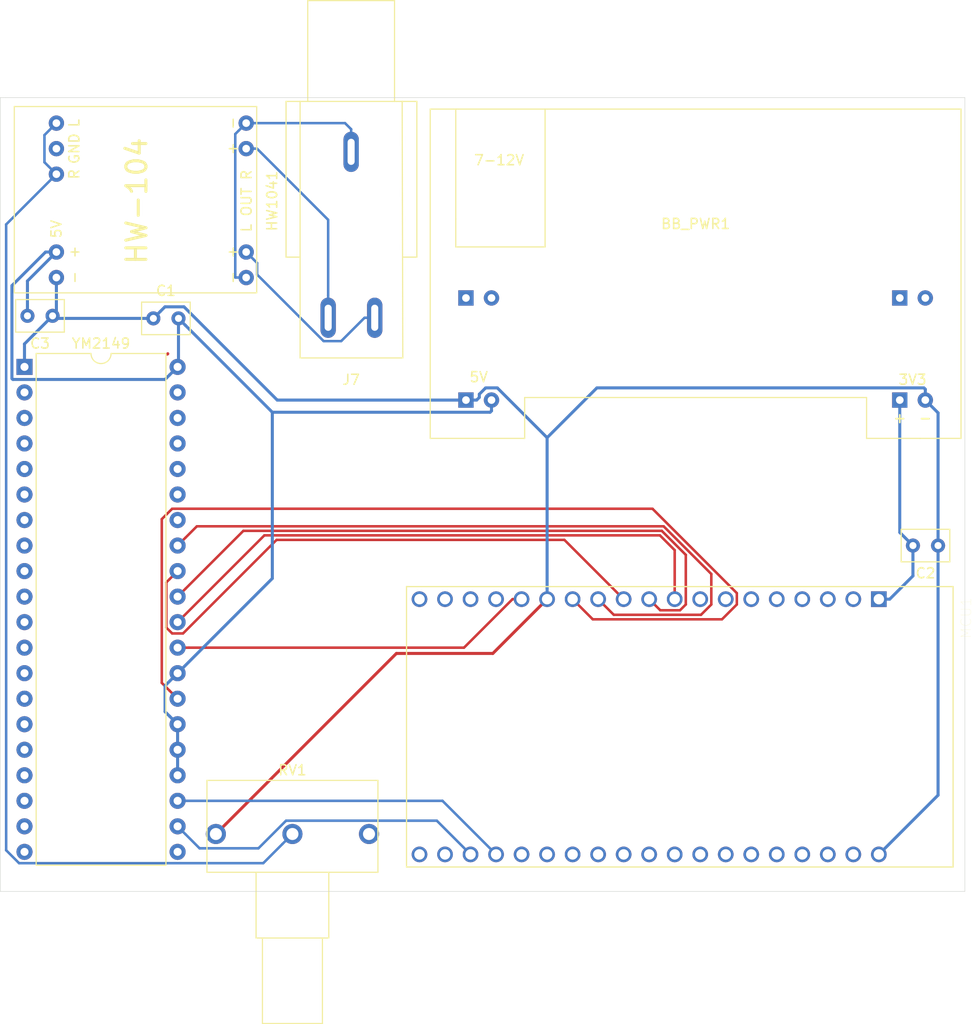
<source format=kicad_pcb>
(kicad_pcb (version 20171130) (host pcbnew "(5.1.5)-3")

  (general
    (thickness 1.6)
    (drawings 5)
    (tracks 140)
    (zones 0)
    (modules 9)
    (nets 63)
  )

  (page A4)
  (layers
    (0 F.Cu signal)
    (31 B.Cu signal)
    (32 B.Adhes user hide)
    (33 F.Adhes user hide)
    (34 B.Paste user)
    (35 F.Paste user)
    (36 B.SilkS user)
    (37 F.SilkS user)
    (38 B.Mask user)
    (39 F.Mask user)
    (40 Dwgs.User user)
    (41 Cmts.User user)
    (42 Eco1.User user)
    (43 Eco2.User user)
    (44 Edge.Cuts user)
    (45 Margin user)
    (46 B.CrtYd user)
    (47 F.CrtYd user)
    (48 B.Fab user)
    (49 F.Fab user)
  )

  (setup
    (last_trace_width 0.25)
    (user_trace_width 1)
    (trace_clearance 0.2)
    (zone_clearance 0.508)
    (zone_45_only no)
    (trace_min 0.2)
    (via_size 0.8)
    (via_drill 0.4)
    (via_min_size 0.4)
    (via_min_drill 0.3)
    (uvia_size 0.3)
    (uvia_drill 0.1)
    (uvias_allowed no)
    (uvia_min_size 0.2)
    (uvia_min_drill 0.1)
    (edge_width 0.05)
    (segment_width 0.2)
    (pcb_text_width 0.3)
    (pcb_text_size 1.5 1.5)
    (mod_edge_width 0.12)
    (mod_text_size 1 1)
    (mod_text_width 0.15)
    (pad_size 1.524 1.524)
    (pad_drill 0.762)
    (pad_to_mask_clearance 0.051)
    (solder_mask_min_width 0.25)
    (aux_axis_origin 0 0)
    (visible_elements 7FFFFFFF)
    (pcbplotparams
      (layerselection 0x010fc_ffffffff)
      (usegerberextensions false)
      (usegerberattributes false)
      (usegerberadvancedattributes false)
      (creategerberjobfile false)
      (excludeedgelayer true)
      (linewidth 0.100000)
      (plotframeref false)
      (viasonmask false)
      (mode 1)
      (useauxorigin false)
      (hpglpennumber 1)
      (hpglpenspeed 20)
      (hpglpendiameter 15.000000)
      (psnegative false)
      (psa4output false)
      (plotreference true)
      (plotvalue true)
      (plotinvisibletext false)
      (padsonsilk false)
      (subtractmaskfromsilk false)
      (outputformat 1)
      (mirror false)
      (drillshape 1)
      (scaleselection 1)
      (outputdirectory ""))
  )

  (net 0 "")
  (net 1 GNDREF)
  (net 2 +5V)
  (net 3 "Net-(MCU1-Pad2)")
  (net 4 "Net-(MCU1-Pad19)")
  (net 5 "Net-(MCU1-Pad3)")
  (net 6 "Net-(MCU1-Pad4)")
  (net 7 "Net-(MCU1-Pad5)")
  (net 8 "Net-(MCU1-Pad6)")
  (net 9 "Net-(MCU1-Pad7)")
  (net 10 DA7)
  (net 11 DA6)
  (net 12 DA5)
  (net 13 DA4)
  (net 14 BDIR)
  (net 15 BC1)
  (net 16 "Net-(MCU1-Pad16)")
  (net 17 "Net-(MCU1-Pad17)")
  (net 18 "Net-(MCU1-Pad18)")
  (net 19 "Net-(MCU1-Pad21)")
  (net 20 "Net-(MCU1-Pad22)")
  (net 21 "Net-(MCU1-Pad23)")
  (net 22 "Net-(MCU1-Pad24)")
  (net 23 DA3)
  (net 24 "Net-(MCU1-Pad27)")
  (net 25 "Net-(MCU1-Pad28)")
  (net 26 "Net-(MCU1-Pad29)")
  (net 27 DA2)
  (net 28 DA1)
  (net 29 DA0)
  (net 30 RESET)
  (net 31 CLOCK)
  (net 32 "Net-(MCU1-Pad37)")
  (net 33 "Net-(MCU1-Pad38)")
  (net 34 "Net-(YM2149-Pad21)")
  (net 35 "Net-(YM2149-Pad2)")
  (net 36 "Net-(YM2149-Pad5)")
  (net 37 "Net-(YM2149-Pad6)")
  (net 38 "Net-(YM2149-Pad7)")
  (net 39 "Net-(YM2149-Pad8)")
  (net 40 "Net-(YM2149-Pad9)")
  (net 41 "Net-(YM2149-Pad10)")
  (net 42 "Net-(YM2149-Pad11)")
  (net 43 "Net-(YM2149-Pad12)")
  (net 44 "Net-(YM2149-Pad13)")
  (net 45 "Net-(YM2149-Pad14)")
  (net 46 "Net-(YM2149-Pad15)")
  (net 47 "Net-(YM2149-Pad16)")
  (net 48 "Net-(YM2149-Pad17)")
  (net 49 "Net-(YM2149-Pad18)")
  (net 50 "Net-(YM2149-Pad19)")
  (net 51 "Net-(YM2149-Pad39)")
  (net 52 "Net-(YM2149-Pad20)")
  (net 53 +3.3V)
  (net 54 "Net-(MCU1-Pad34)")
  (net 55 "Net-(MCU1-Pad30)")
  (net 56 "Net-(MCU1-Pad26)")
  (net 57 "Net-(MCU1-Pad8)")
  (net 58 "Net-(RV1-Pad3)")
  (net 59 "Net-(HW1041-Pad1)")
  (net 60 "Net-(HW1041-Pad6)")
  (net 61 "Net-(HW1041-Pad8)")
  (net 62 "Net-(HW1041-Pad7)")

  (net_class Default "Dies ist die voreingestellte Netzklasse."
    (clearance 0.2)
    (trace_width 0.25)
    (via_dia 0.8)
    (via_drill 0.4)
    (uvia_dia 0.3)
    (uvia_drill 0.1)
    (add_net BC1)
    (add_net BDIR)
    (add_net CLOCK)
    (add_net DA0)
    (add_net DA1)
    (add_net DA2)
    (add_net DA3)
    (add_net DA4)
    (add_net DA5)
    (add_net DA6)
    (add_net DA7)
    (add_net "Net-(HW1041-Pad1)")
    (add_net "Net-(HW1041-Pad6)")
    (add_net "Net-(HW1041-Pad7)")
    (add_net "Net-(HW1041-Pad8)")
    (add_net "Net-(MCU1-Pad16)")
    (add_net "Net-(MCU1-Pad17)")
    (add_net "Net-(MCU1-Pad18)")
    (add_net "Net-(MCU1-Pad19)")
    (add_net "Net-(MCU1-Pad2)")
    (add_net "Net-(MCU1-Pad21)")
    (add_net "Net-(MCU1-Pad22)")
    (add_net "Net-(MCU1-Pad23)")
    (add_net "Net-(MCU1-Pad24)")
    (add_net "Net-(MCU1-Pad26)")
    (add_net "Net-(MCU1-Pad27)")
    (add_net "Net-(MCU1-Pad28)")
    (add_net "Net-(MCU1-Pad29)")
    (add_net "Net-(MCU1-Pad3)")
    (add_net "Net-(MCU1-Pad30)")
    (add_net "Net-(MCU1-Pad34)")
    (add_net "Net-(MCU1-Pad37)")
    (add_net "Net-(MCU1-Pad38)")
    (add_net "Net-(MCU1-Pad4)")
    (add_net "Net-(MCU1-Pad5)")
    (add_net "Net-(MCU1-Pad6)")
    (add_net "Net-(MCU1-Pad7)")
    (add_net "Net-(MCU1-Pad8)")
    (add_net "Net-(RV1-Pad3)")
    (add_net "Net-(YM2149-Pad10)")
    (add_net "Net-(YM2149-Pad11)")
    (add_net "Net-(YM2149-Pad12)")
    (add_net "Net-(YM2149-Pad13)")
    (add_net "Net-(YM2149-Pad14)")
    (add_net "Net-(YM2149-Pad15)")
    (add_net "Net-(YM2149-Pad16)")
    (add_net "Net-(YM2149-Pad17)")
    (add_net "Net-(YM2149-Pad18)")
    (add_net "Net-(YM2149-Pad19)")
    (add_net "Net-(YM2149-Pad2)")
    (add_net "Net-(YM2149-Pad20)")
    (add_net "Net-(YM2149-Pad21)")
    (add_net "Net-(YM2149-Pad39)")
    (add_net "Net-(YM2149-Pad5)")
    (add_net "Net-(YM2149-Pad6)")
    (add_net "Net-(YM2149-Pad7)")
    (add_net "Net-(YM2149-Pad8)")
    (add_net "Net-(YM2149-Pad9)")
    (add_net RESET)
  )

  (net_class Power ""
    (clearance 0.3)
    (trace_width 0.3)
    (via_dia 1)
    (via_drill 0.5)
    (uvia_dia 0.3)
    (uvia_drill 0.1)
    (add_net +3.3V)
    (add_net +5V)
    (add_net GNDREF)
  )

  (module dl1xy:Breadboard_Powersupply_3V3_5V (layer F.Cu) (tedit 5E9DB2BB) (tstamp 5E9E01D2)
    (at 182.372 60.198)
    (path /5EA68707)
    (fp_text reference BB_PWR1 (at 0 0.5) (layer F.SilkS)
      (effects (font (size 1 1) (thickness 0.15)))
    )
    (fp_text value BreadboardPowerSupply (at 0 -3.302) (layer F.Fab)
      (effects (font (size 1 1) (thickness 0.15)))
    )
    (fp_text user 7-12V (at -19.558 -5.842) (layer F.SilkS)
      (effects (font (size 1 1) (thickness 0.15)))
    )
    (fp_line (start -14.986 2.794) (end -14.986 -10.922) (layer F.SilkS) (width 0.12))
    (fp_line (start -23.876 2.794) (end -14.986 2.794) (layer F.SilkS) (width 0.12))
    (fp_line (start -23.876 0) (end -23.876 2.794) (layer F.SilkS) (width 0.12))
    (fp_line (start -23.876 -10.922) (end -23.876 0) (layer F.SilkS) (width 0.12))
    (fp_text user - (at 22.86 19.812) (layer F.SilkS)
      (effects (font (size 1 1) (thickness 0.15)))
    )
    (fp_text user + (at 20.32 19.812) (layer F.SilkS)
      (effects (font (size 1 1) (thickness 0.15)))
    )
    (fp_text user - (at 22.86 19.812) (layer F.SilkS)
      (effects (font (size 1 1) (thickness 0.15)))
    )
    (fp_text user + (at 20.32 19.812) (layer F.SilkS)
      (effects (font (size 1 1) (thickness 0.15)))
    )
    (fp_text user 3V3 (at 21.59 16.002) (layer F.SilkS)
      (effects (font (size 1 1) (thickness 0.15)))
    )
    (fp_text user 5V (at -21.59 15.748) (layer F.SilkS)
      (effects (font (size 1 1) (thickness 0.15)))
    )
    (fp_line (start -17.018 17.78) (end 17.018 17.78) (layer F.SilkS) (width 0.12))
    (fp_line (start -17.018 21.844) (end -17.018 17.78) (layer F.SilkS) (width 0.12))
    (fp_line (start -26.416 21.844) (end -17.018 21.844) (layer F.SilkS) (width 0.12))
    (fp_line (start -26.416 -10.922) (end -26.416 21.844) (layer F.SilkS) (width 0.12))
    (fp_line (start 17.018 21.844) (end 17.018 17.78) (layer F.SilkS) (width 0.12))
    (fp_line (start 22.352 21.844) (end 17.018 21.844) (layer F.SilkS) (width 0.12))
    (fp_line (start 26.416 21.844) (end 22.352 21.844) (layer F.SilkS) (width 0.12))
    (fp_line (start 26.416 -10.922) (end 26.416 21.844) (layer F.SilkS) (width 0.12))
    (fp_line (start -26.416 -10.922) (end 26.416 -10.922) (layer F.SilkS) (width 0.12))
    (pad 5 thru_hole rect (at -22.86 7.874) (size 1.524 1.524) (drill 0.762) (layers *.Cu *.Mask))
    (pad 7 thru_hole rect (at 20.32 7.874) (size 1.524 1.524) (drill 0.762) (layers *.Cu *.Mask))
    (pad 8 thru_hole circle (at 22.86 7.874) (size 1.524 1.524) (drill 0.762) (layers *.Cu *.Mask))
    (pad 6 thru_hole circle (at -20.32 7.874) (size 1.524 1.524) (drill 0.762) (layers *.Cu *.Mask))
    (pad 4 thru_hole circle (at 22.86 18.034) (size 1.524 1.524) (drill 0.762) (layers *.Cu *.Mask)
      (net 1 GNDREF))
    (pad 3 thru_hole rect (at 20.32 18.034) (size 1.524 1.524) (drill 0.762) (layers *.Cu *.Mask)
      (net 53 +3.3V))
    (pad 2 thru_hole rect (at -22.86 18.034) (size 1.524 1.524) (drill 0.762) (layers *.Cu *.Mask)
      (net 1 GNDREF))
    (pad 1 thru_hole circle (at -20.32 18.034) (size 1.524 1.524) (drill 0.762) (layers *.Cu *.Mask)
      (net 2 +5V))
  )

  (module "dl1xy:HW-104 Board" (layer F.Cu) (tedit 5E9DA2BC) (tstamp 5E9DF667)
    (at 140.716 58.42 270)
    (path /5EA33589)
    (fp_text reference HW1041 (at 0 0.5 90) (layer F.SilkS)
      (effects (font (size 1 1) (thickness 0.15)))
    )
    (fp_text value HW-104_Board (at 0 -1.143 90) (layer F.Fab)
      (effects (font (size 1 1) (thickness 0.15)))
    )
    (fp_text user HW-104 (at 0 13.97 90) (layer F.SilkS)
      (effects (font (size 2 2) (thickness 0.3)))
    )
    (fp_text user - (at 7.62 4.445 90) (layer F.SilkS)
      (effects (font (size 1 1) (thickness 0.15)))
    )
    (fp_text user + (at 5.08 4.445 90) (layer F.SilkS)
      (effects (font (size 1 1) (thickness 0.15)))
    )
    (fp_text user + (at -5.207 4.445 90) (layer F.SilkS)
      (effects (font (size 1 1) (thickness 0.15)))
    )
    (fp_text user - (at -7.747 4.445 90) (layer F.SilkS)
      (effects (font (size 1 1) (thickness 0.15)))
    )
    (fp_text user - (at 7.62 20.193 90) (layer F.SilkS)
      (effects (font (size 1 1) (thickness 0.15)))
    )
    (fp_text user + (at 5.08 20.193 90) (layer F.SilkS)
      (effects (font (size 1 1) (thickness 0.15)))
    )
    (fp_text user 5V (at 2.794 21.971 90) (layer F.SilkS)
      (effects (font (size 1 1) (thickness 0.15)))
    )
    (fp_text user GND (at -5.206 20.193 90) (layer F.SilkS)
      (effects (font (size 1 1) (thickness 0.15)))
    )
    (fp_text user R (at -2.666 20.193 90) (layer F.SilkS)
      (effects (font (size 1 1) (thickness 0.15)))
    )
    (fp_text user L (at -7.746 20.193 90) (layer F.SilkS)
      (effects (font (size 1 1) (thickness 0.15)))
    )
    (fp_text user "L OUT R" (at 0 3.048 90) (layer F.SilkS)
      (effects (font (size 1 1) (thickness 0.15)))
    )
    (fp_line (start -9.398 26.162) (end -9.398 2.032) (layer F.SilkS) (width 0.12))
    (fp_line (start 9.144 26.162) (end -9.398 26.162) (layer F.SilkS) (width 0.12))
    (fp_line (start 9.144 2.032) (end 9.144 26.162) (layer F.SilkS) (width 0.12))
    (fp_line (start -9.398 2.032) (end 9.144 2.032) (layer F.SilkS) (width 0.12))
    (fp_line (start -9.3345 2.0955) (end 8.9535 2.0955) (layer F.Fab) (width 0.12))
    (fp_line (start 8.9535 2.0955) (end 8.9535 26.0985) (layer F.Fab) (width 0.12))
    (fp_line (start 8.9535 26.0985) (end -9.3345 26.0985) (layer F.Fab) (width 0.12))
    (fp_line (start -9.3345 26.0985) (end -9.3345 2.0955) (layer F.Fab) (width 0.12))
    (pad 5 thru_hole circle (at 7.62 21.971 270) (size 1.524 1.524) (drill 0.762) (layers *.Cu *.Mask)
      (net 1 GNDREF))
    (pad 4 thru_hole circle (at 5.08 21.971 270) (size 1.524 1.524) (drill 0.762) (layers *.Cu *.Mask)
      (net 2 +5V))
    (pad 3 thru_hole circle (at -2.666 21.971 270) (size 1.524 1.524) (drill 0.762) (layers *.Cu *.Mask)
      (net 59 "Net-(HW1041-Pad1)"))
    (pad 2 thru_hole circle (at -5.206 21.971 270) (size 1.524 1.524) (drill 0.762) (layers *.Cu *.Mask)
      (net 1 GNDREF))
    (pad 1 thru_hole circle (at -7.746 21.971 270) (size 1.524 1.524) (drill 0.762) (layers *.Cu *.Mask)
      (net 59 "Net-(HW1041-Pad1)"))
    (pad 9 thru_hole circle (at 7.62 3.08 270) (size 1.524 1.524) (drill 0.762) (layers *.Cu *.Mask)
      (net 60 "Net-(HW1041-Pad6)"))
    (pad 8 thru_hole circle (at 5.08 3.08 270) (size 1.524 1.524) (drill 0.762) (layers *.Cu *.Mask)
      (net 61 "Net-(HW1041-Pad8)"))
    (pad 7 thru_hole circle (at -5.207 3.08 270) (size 1.524 1.524) (drill 0.762) (layers *.Cu *.Mask)
      (net 62 "Net-(HW1041-Pad7)"))
    (pad 6 thru_hole circle (at -7.747 3.08 270) (size 1.524 1.524) (drill 0.762) (layers *.Cu *.Mask)
      (net 60 "Net-(HW1041-Pad6)"))
  )

  (module "dl1xy:ALPHA POT 16 RV16" (layer F.Cu) (tedit 5E9D7FD3) (tstamp 5E9DE5FB)
    (at 142.24 116.459)
    (path /5EA0E398)
    (fp_text reference RV1 (at 0 -1.397) (layer F.SilkS)
      (effects (font (size 1 1) (thickness 0.15)))
    )
    (fp_text value "10 kOhm" (at 0 -3.175) (layer F.Fab)
      (effects (font (size 1 1) (thickness 0.15)))
    )
    (fp_line (start 2.9845 23.8125) (end 2.9845 15.3035) (layer F.SilkS) (width 0.12))
    (fp_line (start -2.9845 23.8125) (end 2.9845 23.8125) (layer F.SilkS) (width 0.12))
    (fp_line (start -8.509 -0.381) (end 8.509 -0.381) (layer F.SilkS) (width 0.12))
    (fp_line (start 8.509 -0.381) (end 8.509 8.763) (layer F.SilkS) (width 0.12))
    (fp_line (start 8.509 8.763) (end -8.509 8.763) (layer F.SilkS) (width 0.12))
    (fp_line (start -8.509 8.763) (end -8.509 -0.381) (layer F.SilkS) (width 0.12))
    (fp_line (start -3.6195 8.763) (end -3.6195 15.3035) (layer F.SilkS) (width 0.12))
    (fp_line (start -3.6195 15.3035) (end 3.6195 15.3035) (layer F.SilkS) (width 0.12))
    (fp_line (start 3.6195 15.3035) (end 3.6195 8.763) (layer F.SilkS) (width 0.12))
    (fp_line (start -2.9845 15.3035) (end -2.9845 23.8125) (layer F.SilkS) (width 0.12))
    (pad 1 thru_hole circle (at -7.62 4.953) (size 2 2) (drill 1.2) (layers *.Cu *.Mask)
      (net 1 GNDREF))
    (pad 2 thru_hole circle (at 0 4.953) (size 2 2) (drill 1.2) (layers *.Cu *.Mask)
      (net 59 "Net-(HW1041-Pad1)"))
    (pad 3 thru_hole circle (at 7.62 4.953) (size 2 2) (drill 1.2) (layers *.Cu *.Mask)
      (net 58 "Net-(RV1-Pad3)"))
  )

  (module "dl1xy:AudioJack 6.5mm" (layer F.Cu) (tedit 5E9D8732) (tstamp 5E9DE57C)
    (at 148.082 76.708 180)
    (path /5EA1A4BD)
    (fp_text reference J7 (at 0 0.5) (layer F.SilkS)
      (effects (font (size 1 1) (thickness 0.15)))
    )
    (fp_text value AudioJack3 (at 0 -0.5) (layer F.Fab)
      (effects (font (size 1 1) (thickness 0.15)))
    )
    (fp_line (start 4.318 38.227) (end 4.318 28.194) (layer F.SilkS) (width 0.12))
    (fp_line (start -4.318 38.227) (end 4.318 38.227) (layer F.SilkS) (width 0.12))
    (fp_line (start -4.318 28.194) (end -4.318 38.227) (layer F.SilkS) (width 0.12))
    (fp_line (start 6.477 12.7) (end 5.08 12.7) (layer F.SilkS) (width 0.12))
    (fp_line (start 6.477 28.194) (end 6.477 12.7) (layer F.SilkS) (width 0.12))
    (fp_line (start 5.08 28.194) (end 6.477 28.194) (layer F.SilkS) (width 0.12))
    (fp_line (start -6.5405 28.194) (end -5.08 28.194) (layer F.SilkS) (width 0.12))
    (fp_line (start -6.5405 12.7) (end -6.5405 28.194) (layer F.SilkS) (width 0.12))
    (fp_line (start -5.1435 12.7) (end -6.5405 12.7) (layer F.SilkS) (width 0.12))
    (fp_line (start 5.08 2.667) (end -5.1435 2.667) (layer F.SilkS) (width 0.12))
    (fp_line (start 5.08 28.194) (end 5.08 2.667) (layer F.SilkS) (width 0.12))
    (fp_line (start -5.08 28.194) (end 5.08 28.194) (layer F.SilkS) (width 0.12))
    (fp_line (start -5.1435 2.667) (end -5.08 28.194) (layer F.SilkS) (width 0.12))
    (pad S thru_hole oval (at 0 23.1775 180) (size 1.524 4) (drill oval 0.7 2.6) (layers *.Cu *.Mask)
      (net 60 "Net-(HW1041-Pad6)"))
    (pad T thru_hole oval (at 2.286 6.6675 180) (size 1.524 4) (drill oval 0.7 2.6) (layers *.Cu *.Mask)
      (net 62 "Net-(HW1041-Pad7)"))
    (pad R thru_hole oval (at -2.3495 6.6675 180) (size 1.524 4) (drill oval 0.7 2.6) (layers *.Cu *.Mask)
      (net 61 "Net-(HW1041-Pad8)"))
  )

  (module Capacitor_THT:C_Rect_L4.6mm_W3.0mm_P2.50mm_MKS02_FKP02 (layer F.Cu) (tedit 5AE50EF0) (tstamp 5E9DD14C)
    (at 128.397 70.104)
    (descr "C, Rect series, Radial, pin pitch=2.50mm, , length*width=4.6*3.0mm^2, Capacitor, http://www.wima.de/DE/WIMA_MKS_02.pdf")
    (tags "C Rect series Radial pin pitch 2.50mm  length 4.6mm width 3.0mm Capacitor")
    (path /5EA051E4)
    (fp_text reference C1 (at 1.25 -2.75) (layer F.SilkS)
      (effects (font (size 1 1) (thickness 0.15)))
    )
    (fp_text value 10nF (at 1.25 2.75) (layer F.Fab)
      (effects (font (size 1 1) (thickness 0.15)))
    )
    (fp_text user %R (at 1.25 0) (layer F.Fab)
      (effects (font (size 0.92 0.92) (thickness 0.138)))
    )
    (fp_line (start 3.8 -1.75) (end -1.3 -1.75) (layer F.CrtYd) (width 0.05))
    (fp_line (start 3.8 1.75) (end 3.8 -1.75) (layer F.CrtYd) (width 0.05))
    (fp_line (start -1.3 1.75) (end 3.8 1.75) (layer F.CrtYd) (width 0.05))
    (fp_line (start -1.3 -1.75) (end -1.3 1.75) (layer F.CrtYd) (width 0.05))
    (fp_line (start 3.67 -1.62) (end 3.67 1.62) (layer F.SilkS) (width 0.12))
    (fp_line (start -1.17 -1.62) (end -1.17 1.62) (layer F.SilkS) (width 0.12))
    (fp_line (start -1.17 1.62) (end 3.67 1.62) (layer F.SilkS) (width 0.12))
    (fp_line (start -1.17 -1.62) (end 3.67 -1.62) (layer F.SilkS) (width 0.12))
    (fp_line (start 3.55 -1.5) (end -1.05 -1.5) (layer F.Fab) (width 0.1))
    (fp_line (start 3.55 1.5) (end 3.55 -1.5) (layer F.Fab) (width 0.1))
    (fp_line (start -1.05 1.5) (end 3.55 1.5) (layer F.Fab) (width 0.1))
    (fp_line (start -1.05 -1.5) (end -1.05 1.5) (layer F.Fab) (width 0.1))
    (pad 2 thru_hole circle (at 2.5 0) (size 1.4 1.4) (drill 0.7) (layers *.Cu *.Mask)
      (net 2 +5V))
    (pad 1 thru_hole circle (at 0 0) (size 1.4 1.4) (drill 0.7) (layers *.Cu *.Mask)
      (net 1 GNDREF))
    (model ${KISYS3DMOD}/Capacitor_THT.3dshapes/C_Rect_L4.6mm_W3.0mm_P2.50mm_MKS02_FKP02.wrl
      (at (xyz 0 0 0))
      (scale (xyz 1 1 1))
      (rotate (xyz 0 0 0))
    )
  )

  (module Package_DIP:DIP-40_W15.24mm (layer F.Cu) (tedit 5A02E8C5) (tstamp 5E837700)
    (at 115.57 74.93)
    (descr "40-lead though-hole mounted DIP package, row spacing 15.24 mm (600 mils)")
    (tags "THT DIP DIL PDIP 2.54mm 15.24mm 600mil")
    (path /5E7F9386)
    (fp_text reference YM2149 (at 7.62 -2.33) (layer F.SilkS)
      (effects (font (size 1 1) (thickness 0.15)))
    )
    (fp_text value Yamaha_YM2149 (at 7.62 50.59) (layer F.Fab)
      (effects (font (size 1 1) (thickness 0.15)))
    )
    (fp_text user %R (at 7.62 24.13) (layer F.Fab)
      (effects (font (size 1 1) (thickness 0.15)))
    )
    (fp_line (start 16.3 -1.55) (end -1.05 -1.55) (layer F.CrtYd) (width 0.05))
    (fp_line (start 16.3 49.8) (end 16.3 -1.55) (layer F.CrtYd) (width 0.05))
    (fp_line (start -1.05 49.8) (end 16.3 49.8) (layer F.CrtYd) (width 0.05))
    (fp_line (start -1.05 -1.55) (end -1.05 49.8) (layer F.CrtYd) (width 0.05))
    (fp_line (start 14.08 -1.33) (end 8.62 -1.33) (layer F.SilkS) (width 0.12))
    (fp_line (start 14.08 49.59) (end 14.08 -1.33) (layer F.SilkS) (width 0.12))
    (fp_line (start 1.16 49.59) (end 14.08 49.59) (layer F.SilkS) (width 0.12))
    (fp_line (start 1.16 -1.33) (end 1.16 49.59) (layer F.SilkS) (width 0.12))
    (fp_line (start 6.62 -1.33) (end 1.16 -1.33) (layer F.SilkS) (width 0.12))
    (fp_line (start 0.255 -0.27) (end 1.255 -1.27) (layer F.Fab) (width 0.1))
    (fp_line (start 0.255 49.53) (end 0.255 -0.27) (layer F.Fab) (width 0.1))
    (fp_line (start 14.985 49.53) (end 0.255 49.53) (layer F.Fab) (width 0.1))
    (fp_line (start 14.985 -1.27) (end 14.985 49.53) (layer F.Fab) (width 0.1))
    (fp_line (start 1.255 -1.27) (end 14.985 -1.27) (layer F.Fab) (width 0.1))
    (fp_arc (start 7.62 -1.33) (end 6.62 -1.33) (angle -180) (layer F.SilkS) (width 0.12))
    (pad 40 thru_hole oval (at 15.24 0) (size 1.6 1.6) (drill 0.8) (layers *.Cu *.Mask)
      (net 2 +5V))
    (pad 20 thru_hole oval (at 0 48.26) (size 1.6 1.6) (drill 0.8) (layers *.Cu *.Mask)
      (net 52 "Net-(YM2149-Pad20)"))
    (pad 39 thru_hole oval (at 15.24 2.54) (size 1.6 1.6) (drill 0.8) (layers *.Cu *.Mask)
      (net 51 "Net-(YM2149-Pad39)"))
    (pad 19 thru_hole oval (at 0 45.72) (size 1.6 1.6) (drill 0.8) (layers *.Cu *.Mask)
      (net 50 "Net-(YM2149-Pad19)"))
    (pad 38 thru_hole oval (at 15.24 5.08) (size 1.6 1.6) (drill 0.8) (layers *.Cu *.Mask)
      (net 58 "Net-(RV1-Pad3)"))
    (pad 18 thru_hole oval (at 0 43.18) (size 1.6 1.6) (drill 0.8) (layers *.Cu *.Mask)
      (net 49 "Net-(YM2149-Pad18)"))
    (pad 37 thru_hole oval (at 15.24 7.62) (size 1.6 1.6) (drill 0.8) (layers *.Cu *.Mask)
      (net 29 DA0))
    (pad 17 thru_hole oval (at 0 40.64) (size 1.6 1.6) (drill 0.8) (layers *.Cu *.Mask)
      (net 48 "Net-(YM2149-Pad17)"))
    (pad 36 thru_hole oval (at 15.24 10.16) (size 1.6 1.6) (drill 0.8) (layers *.Cu *.Mask)
      (net 28 DA1))
    (pad 16 thru_hole oval (at 0 38.1) (size 1.6 1.6) (drill 0.8) (layers *.Cu *.Mask)
      (net 47 "Net-(YM2149-Pad16)"))
    (pad 35 thru_hole oval (at 15.24 12.7) (size 1.6 1.6) (drill 0.8) (layers *.Cu *.Mask)
      (net 27 DA2))
    (pad 15 thru_hole oval (at 0 35.56) (size 1.6 1.6) (drill 0.8) (layers *.Cu *.Mask)
      (net 46 "Net-(YM2149-Pad15)"))
    (pad 34 thru_hole oval (at 15.24 15.24) (size 1.6 1.6) (drill 0.8) (layers *.Cu *.Mask)
      (net 23 DA3))
    (pad 14 thru_hole oval (at 0 33.02) (size 1.6 1.6) (drill 0.8) (layers *.Cu *.Mask)
      (net 45 "Net-(YM2149-Pad14)"))
    (pad 33 thru_hole oval (at 15.24 17.78) (size 1.6 1.6) (drill 0.8) (layers *.Cu *.Mask)
      (net 13 DA4))
    (pad 13 thru_hole oval (at 0 30.48) (size 1.6 1.6) (drill 0.8) (layers *.Cu *.Mask)
      (net 44 "Net-(YM2149-Pad13)"))
    (pad 32 thru_hole oval (at 15.24 20.32) (size 1.6 1.6) (drill 0.8) (layers *.Cu *.Mask)
      (net 12 DA5))
    (pad 12 thru_hole oval (at 0 27.94) (size 1.6 1.6) (drill 0.8) (layers *.Cu *.Mask)
      (net 43 "Net-(YM2149-Pad12)"))
    (pad 31 thru_hole oval (at 15.24 22.86) (size 1.6 1.6) (drill 0.8) (layers *.Cu *.Mask)
      (net 11 DA6))
    (pad 11 thru_hole oval (at 0 25.4) (size 1.6 1.6) (drill 0.8) (layers *.Cu *.Mask)
      (net 42 "Net-(YM2149-Pad11)"))
    (pad 30 thru_hole oval (at 15.24 25.4) (size 1.6 1.6) (drill 0.8) (layers *.Cu *.Mask)
      (net 10 DA7))
    (pad 10 thru_hole oval (at 0 22.86) (size 1.6 1.6) (drill 0.8) (layers *.Cu *.Mask)
      (net 41 "Net-(YM2149-Pad10)"))
    (pad 29 thru_hole oval (at 15.24 27.94) (size 1.6 1.6) (drill 0.8) (layers *.Cu *.Mask)
      (net 15 BC1))
    (pad 9 thru_hole oval (at 0 20.32) (size 1.6 1.6) (drill 0.8) (layers *.Cu *.Mask)
      (net 40 "Net-(YM2149-Pad9)"))
    (pad 28 thru_hole oval (at 15.24 30.48) (size 1.6 1.6) (drill 0.8) (layers *.Cu *.Mask)
      (net 2 +5V))
    (pad 8 thru_hole oval (at 0 17.78) (size 1.6 1.6) (drill 0.8) (layers *.Cu *.Mask)
      (net 39 "Net-(YM2149-Pad8)"))
    (pad 27 thru_hole oval (at 15.24 33.02) (size 1.6 1.6) (drill 0.8) (layers *.Cu *.Mask)
      (net 14 BDIR))
    (pad 7 thru_hole oval (at 0 15.24) (size 1.6 1.6) (drill 0.8) (layers *.Cu *.Mask)
      (net 38 "Net-(YM2149-Pad7)"))
    (pad 26 thru_hole oval (at 15.24 35.56) (size 1.6 1.6) (drill 0.8) (layers *.Cu *.Mask)
      (net 2 +5V))
    (pad 6 thru_hole oval (at 0 12.7) (size 1.6 1.6) (drill 0.8) (layers *.Cu *.Mask)
      (net 37 "Net-(YM2149-Pad6)"))
    (pad 25 thru_hole oval (at 15.24 38.1) (size 1.6 1.6) (drill 0.8) (layers *.Cu *.Mask)
      (net 2 +5V))
    (pad 5 thru_hole oval (at 0 10.16) (size 1.6 1.6) (drill 0.8) (layers *.Cu *.Mask)
      (net 36 "Net-(YM2149-Pad5)"))
    (pad 24 thru_hole oval (at 15.24 40.64) (size 1.6 1.6) (drill 0.8) (layers *.Cu *.Mask)
      (net 2 +5V))
    (pad 4 thru_hole oval (at 0 7.62) (size 1.6 1.6) (drill 0.8) (layers *.Cu *.Mask)
      (net 58 "Net-(RV1-Pad3)"))
    (pad 23 thru_hole oval (at 15.24 43.18) (size 1.6 1.6) (drill 0.8) (layers *.Cu *.Mask)
      (net 30 RESET))
    (pad 3 thru_hole oval (at 0 5.08) (size 1.6 1.6) (drill 0.8) (layers *.Cu *.Mask)
      (net 58 "Net-(RV1-Pad3)"))
    (pad 22 thru_hole oval (at 15.24 45.72) (size 1.6 1.6) (drill 0.8) (layers *.Cu *.Mask)
      (net 31 CLOCK))
    (pad 2 thru_hole oval (at 0 2.54) (size 1.6 1.6) (drill 0.8) (layers *.Cu *.Mask)
      (net 35 "Net-(YM2149-Pad2)"))
    (pad 21 thru_hole oval (at 15.24 48.26) (size 1.6 1.6) (drill 0.8) (layers *.Cu *.Mask)
      (net 34 "Net-(YM2149-Pad21)"))
    (pad 1 thru_hole rect (at 0 0) (size 1.6 1.6) (drill 0.8) (layers *.Cu *.Mask)
      (net 1 GNDREF))
    (model ${KISYS3DMOD}/Package_DIP.3dshapes/DIP-40_W15.24mm.wrl
      (at (xyz 0 0 0))
      (scale (xyz 1 1 1))
      (rotate (xyz 0 0 0))
    )
  )

  (module ESP32_Dev:MODULE_ESP32-DEVKITC-32D (layer F.Cu) (tedit 5E7F7646) (tstamp 5E837660)
    (at 180.848 110.744 270)
    (path /5E7F7B07)
    (fp_text reference MCU1 (at -10.829175 -28.446045 90) (layer F.SilkS)
      (effects (font (size 1.000386 1.000386) (thickness 0.015)))
    )
    (fp_text value ESP32-DEVKITC-32D (at 1.24136 28.294535 90) (layer F.Fab)
      (effects (font (size 1.001047 1.001047) (thickness 0.015)))
    )
    (fp_circle (center -14.6 -19.9) (end -14.46 -19.9) (layer F.Fab) (width 0.28))
    (fp_circle (center -14.6 -19.9) (end -14.46 -19.9) (layer F.Fab) (width 0.28))
    (fp_line (start -14.2 27.5) (end -14.2 -27.4) (layer F.CrtYd) (width 0.05))
    (fp_line (start 14.2 27.5) (end -14.2 27.5) (layer F.CrtYd) (width 0.05))
    (fp_line (start 14.2 -27.4) (end 14.2 27.5) (layer F.CrtYd) (width 0.05))
    (fp_line (start -14.2 -27.4) (end 14.2 -27.4) (layer F.CrtYd) (width 0.05))
    (fp_line (start 13.95 27.25) (end -13.95 27.25) (layer F.SilkS) (width 0.127))
    (fp_line (start 13.95 -27.15) (end 13.95 27.25) (layer F.SilkS) (width 0.127))
    (fp_line (start -13.95 -27.15) (end 13.95 -27.15) (layer F.SilkS) (width 0.127))
    (fp_line (start -13.95 27.25) (end -13.95 -27.15) (layer F.SilkS) (width 0.127))
    (fp_line (start -13.95 27.25) (end -13.95 -27.15) (layer F.Fab) (width 0.127))
    (fp_line (start 13.95 27.25) (end -13.95 27.25) (layer F.Fab) (width 0.127))
    (fp_line (start 13.95 -27.15) (end 13.95 27.25) (layer F.Fab) (width 0.127))
    (fp_line (start -13.95 -27.15) (end 13.95 -27.15) (layer F.Fab) (width 0.127))
    (pad 38 thru_hole circle (at 12.7 25.96 270) (size 1.56 1.56) (drill 1.04) (layers *.Cu *.Mask)
      (net 33 "Net-(MCU1-Pad38)"))
    (pad 37 thru_hole circle (at 12.7 23.42 270) (size 1.56 1.56) (drill 1.04) (layers *.Cu *.Mask)
      (net 32 "Net-(MCU1-Pad37)"))
    (pad 36 thru_hole circle (at 12.7 20.88 270) (size 1.56 1.56) (drill 1.04) (layers *.Cu *.Mask)
      (net 31 CLOCK))
    (pad 35 thru_hole circle (at 12.7 18.34 270) (size 1.56 1.56) (drill 1.04) (layers *.Cu *.Mask)
      (net 30 RESET))
    (pad 34 thru_hole circle (at 12.7 15.8 270) (size 1.56 1.56) (drill 1.04) (layers *.Cu *.Mask)
      (net 54 "Net-(MCU1-Pad34)"))
    (pad 33 thru_hole circle (at 12.7 13.26 270) (size 1.56 1.56) (drill 1.04) (layers *.Cu *.Mask)
      (net 29 DA0))
    (pad 32 thru_hole circle (at 12.7 10.72 270) (size 1.56 1.56) (drill 1.04) (layers *.Cu *.Mask)
      (net 28 DA1))
    (pad 31 thru_hole circle (at 12.7 8.18 270) (size 1.56 1.56) (drill 1.04) (layers *.Cu *.Mask)
      (net 27 DA2))
    (pad 30 thru_hole circle (at 12.7 5.64 270) (size 1.56 1.56) (drill 1.04) (layers *.Cu *.Mask)
      (net 55 "Net-(MCU1-Pad30)"))
    (pad 29 thru_hole circle (at 12.7 3.1 270) (size 1.56 1.56) (drill 1.04) (layers *.Cu *.Mask)
      (net 26 "Net-(MCU1-Pad29)"))
    (pad 28 thru_hole circle (at 12.7 0.56 270) (size 1.56 1.56) (drill 1.04) (layers *.Cu *.Mask)
      (net 25 "Net-(MCU1-Pad28)"))
    (pad 27 thru_hole circle (at 12.7 -1.98 270) (size 1.56 1.56) (drill 1.04) (layers *.Cu *.Mask)
      (net 24 "Net-(MCU1-Pad27)"))
    (pad 26 thru_hole circle (at 12.7 -4.52 270) (size 1.56 1.56) (drill 1.04) (layers *.Cu *.Mask)
      (net 56 "Net-(MCU1-Pad26)"))
    (pad 25 thru_hole circle (at 12.7 -7.06 270) (size 1.56 1.56) (drill 1.04) (layers *.Cu *.Mask)
      (net 23 DA3))
    (pad 24 thru_hole circle (at 12.7 -9.6 270) (size 1.56 1.56) (drill 1.04) (layers *.Cu *.Mask)
      (net 22 "Net-(MCU1-Pad24)"))
    (pad 23 thru_hole circle (at 12.7 -12.14 270) (size 1.56 1.56) (drill 1.04) (layers *.Cu *.Mask)
      (net 21 "Net-(MCU1-Pad23)"))
    (pad 22 thru_hole circle (at 12.7 -14.68 270) (size 1.56 1.56) (drill 1.04) (layers *.Cu *.Mask)
      (net 20 "Net-(MCU1-Pad22)"))
    (pad 21 thru_hole circle (at 12.7 -17.22 270) (size 1.56 1.56) (drill 1.04) (layers *.Cu *.Mask)
      (net 19 "Net-(MCU1-Pad21)"))
    (pad 20 thru_hole circle (at 12.7 -19.76 270) (size 1.56 1.56) (drill 1.04) (layers *.Cu *.Mask)
      (net 1 GNDREF))
    (pad 18 thru_hole circle (at -12.7 23.42 270) (size 1.56 1.56) (drill 1.04) (layers *.Cu *.Mask)
      (net 18 "Net-(MCU1-Pad18)"))
    (pad 17 thru_hole circle (at -12.7 20.88 270) (size 1.56 1.56) (drill 1.04) (layers *.Cu *.Mask)
      (net 17 "Net-(MCU1-Pad17)"))
    (pad 16 thru_hole circle (at -12.7 18.34 270) (size 1.56 1.56) (drill 1.04) (layers *.Cu *.Mask)
      (net 16 "Net-(MCU1-Pad16)"))
    (pad 15 thru_hole circle (at -12.7 15.8 270) (size 1.56 1.56) (drill 1.04) (layers *.Cu *.Mask)
      (net 15 BC1))
    (pad 14 thru_hole circle (at -12.7 13.26 270) (size 1.56 1.56) (drill 1.04) (layers *.Cu *.Mask)
      (net 1 GNDREF))
    (pad 13 thru_hole circle (at -12.7 10.72 270) (size 1.56 1.56) (drill 1.04) (layers *.Cu *.Mask)
      (net 14 BDIR))
    (pad 12 thru_hole circle (at -12.7 8.18 270) (size 1.56 1.56) (drill 1.04) (layers *.Cu *.Mask)
      (net 13 DA4))
    (pad 11 thru_hole circle (at -12.7 5.64 270) (size 1.56 1.56) (drill 1.04) (layers *.Cu *.Mask)
      (net 12 DA5))
    (pad 10 thru_hole circle (at -12.7 3.1 270) (size 1.56 1.56) (drill 1.04) (layers *.Cu *.Mask)
      (net 11 DA6))
    (pad 9 thru_hole circle (at -12.7 0.56 270) (size 1.56 1.56) (drill 1.04) (layers *.Cu *.Mask)
      (net 10 DA7))
    (pad 8 thru_hole circle (at -12.7 -1.98 270) (size 1.56 1.56) (drill 1.04) (layers *.Cu *.Mask)
      (net 57 "Net-(MCU1-Pad8)"))
    (pad 7 thru_hole circle (at -12.7 -4.52 270) (size 1.56 1.56) (drill 1.04) (layers *.Cu *.Mask)
      (net 9 "Net-(MCU1-Pad7)"))
    (pad 6 thru_hole circle (at -12.7 -7.06 270) (size 1.56 1.56) (drill 1.04) (layers *.Cu *.Mask)
      (net 8 "Net-(MCU1-Pad6)"))
    (pad 5 thru_hole circle (at -12.7 -9.6 270) (size 1.56 1.56) (drill 1.04) (layers *.Cu *.Mask)
      (net 7 "Net-(MCU1-Pad5)"))
    (pad 4 thru_hole circle (at -12.7 -12.14 270) (size 1.56 1.56) (drill 1.04) (layers *.Cu *.Mask)
      (net 6 "Net-(MCU1-Pad4)"))
    (pad 3 thru_hole circle (at -12.7 -14.68 270) (size 1.56 1.56) (drill 1.04) (layers *.Cu *.Mask)
      (net 5 "Net-(MCU1-Pad3)"))
    (pad 19 thru_hole circle (at -12.7 25.96 270) (size 1.56 1.56) (drill 1.04) (layers *.Cu *.Mask)
      (net 4 "Net-(MCU1-Pad19)"))
    (pad 2 thru_hole circle (at -12.7 -17.22 270) (size 1.56 1.56) (drill 1.04) (layers *.Cu *.Mask)
      (net 3 "Net-(MCU1-Pad2)"))
    (pad 1 thru_hole rect (at -12.7 -19.76 270) (size 1.56 1.56) (drill 1.04) (layers *.Cu *.Mask)
      (net 53 +3.3V))
  )

  (module Capacitor_THT:C_Rect_L4.6mm_W3.0mm_P2.50mm_MKS02_FKP02 (layer F.Cu) (tedit 5AE50EF0) (tstamp 5E83730B)
    (at 206.502 92.71 180)
    (descr "C, Rect series, Radial, pin pitch=2.50mm, , length*width=4.6*3.0mm^2, Capacitor, http://www.wima.de/DE/WIMA_MKS_02.pdf")
    (tags "C Rect series Radial pin pitch 2.50mm  length 4.6mm width 3.0mm Capacitor")
    (path /5E84B4EE)
    (fp_text reference C2 (at 1.25 -2.75) (layer F.SilkS)
      (effects (font (size 1 1) (thickness 0.15)))
    )
    (fp_text value 10nF (at 1.25 2.75) (layer F.Fab)
      (effects (font (size 1 1) (thickness 0.15)))
    )
    (fp_text user %R (at 1.25 0) (layer F.Fab)
      (effects (font (size 0.92 0.92) (thickness 0.138)))
    )
    (fp_line (start 3.8 -1.75) (end -1.3 -1.75) (layer F.CrtYd) (width 0.05))
    (fp_line (start 3.8 1.75) (end 3.8 -1.75) (layer F.CrtYd) (width 0.05))
    (fp_line (start -1.3 1.75) (end 3.8 1.75) (layer F.CrtYd) (width 0.05))
    (fp_line (start -1.3 -1.75) (end -1.3 1.75) (layer F.CrtYd) (width 0.05))
    (fp_line (start 3.67 -1.62) (end 3.67 1.62) (layer F.SilkS) (width 0.12))
    (fp_line (start -1.17 -1.62) (end -1.17 1.62) (layer F.SilkS) (width 0.12))
    (fp_line (start -1.17 1.62) (end 3.67 1.62) (layer F.SilkS) (width 0.12))
    (fp_line (start -1.17 -1.62) (end 3.67 -1.62) (layer F.SilkS) (width 0.12))
    (fp_line (start 3.55 -1.5) (end -1.05 -1.5) (layer F.Fab) (width 0.1))
    (fp_line (start 3.55 1.5) (end 3.55 -1.5) (layer F.Fab) (width 0.1))
    (fp_line (start -1.05 1.5) (end 3.55 1.5) (layer F.Fab) (width 0.1))
    (fp_line (start -1.05 -1.5) (end -1.05 1.5) (layer F.Fab) (width 0.1))
    (pad 2 thru_hole circle (at 2.5 0 180) (size 1.4 1.4) (drill 0.7) (layers *.Cu *.Mask)
      (net 53 +3.3V))
    (pad 1 thru_hole circle (at 0 0 180) (size 1.4 1.4) (drill 0.7) (layers *.Cu *.Mask)
      (net 1 GNDREF))
    (model ${KISYS3DMOD}/Capacitor_THT.3dshapes/C_Rect_L4.6mm_W3.0mm_P2.50mm_MKS02_FKP02.wrl
      (at (xyz 0 0 0))
      (scale (xyz 1 1 1))
      (rotate (xyz 0 0 0))
    )
  )

  (module Capacitor_THT:C_Rect_L4.6mm_W3.0mm_P2.50mm_MKS02_FKP02 (layer F.Cu) (tedit 5AE50EF0) (tstamp 5E83757E)
    (at 118.364 69.85 180)
    (descr "C, Rect series, Radial, pin pitch=2.50mm, , length*width=4.6*3.0mm^2, Capacitor, http://www.wima.de/DE/WIMA_MKS_02.pdf")
    (tags "C Rect series Radial pin pitch 2.50mm  length 4.6mm width 3.0mm Capacitor")
    (path /5E80C2AC)
    (fp_text reference C3 (at 1.25 -2.75) (layer F.SilkS)
      (effects (font (size 1 1) (thickness 0.15)))
    )
    (fp_text value 10nF (at 1.25 2.75) (layer F.Fab)
      (effects (font (size 1 1) (thickness 0.15)))
    )
    (fp_line (start -1.05 -1.5) (end -1.05 1.5) (layer F.Fab) (width 0.1))
    (fp_line (start -1.05 1.5) (end 3.55 1.5) (layer F.Fab) (width 0.1))
    (fp_line (start 3.55 1.5) (end 3.55 -1.5) (layer F.Fab) (width 0.1))
    (fp_line (start 3.55 -1.5) (end -1.05 -1.5) (layer F.Fab) (width 0.1))
    (fp_line (start -1.17 -1.62) (end 3.67 -1.62) (layer F.SilkS) (width 0.12))
    (fp_line (start -1.17 1.62) (end 3.67 1.62) (layer F.SilkS) (width 0.12))
    (fp_line (start -1.17 -1.62) (end -1.17 1.62) (layer F.SilkS) (width 0.12))
    (fp_line (start 3.67 -1.62) (end 3.67 1.62) (layer F.SilkS) (width 0.12))
    (fp_line (start -1.3 -1.75) (end -1.3 1.75) (layer F.CrtYd) (width 0.05))
    (fp_line (start -1.3 1.75) (end 3.8 1.75) (layer F.CrtYd) (width 0.05))
    (fp_line (start 3.8 1.75) (end 3.8 -1.75) (layer F.CrtYd) (width 0.05))
    (fp_line (start 3.8 -1.75) (end -1.3 -1.75) (layer F.CrtYd) (width 0.05))
    (fp_text user %R (at 1.25 0) (layer F.Fab)
      (effects (font (size 0.92 0.92) (thickness 0.138)))
    )
    (pad 1 thru_hole circle (at 0 0 180) (size 1.4 1.4) (drill 0.7) (layers *.Cu *.Mask)
      (net 1 GNDREF))
    (pad 2 thru_hole circle (at 2.5 0 180) (size 1.4 1.4) (drill 0.7) (layers *.Cu *.Mask)
      (net 2 +5V))
    (model ${KISYS3DMOD}/Capacitor_THT.3dshapes/C_Rect_L4.6mm_W3.0mm_P2.50mm_MKS02_FKP02.wrl
      (at (xyz 0 0 0))
      (scale (xyz 1 1 1))
      (rotate (xyz 0 0 0))
    )
  )

  (gr_line (start 113.157 48.133) (end 113.665 48.133) (layer Edge.Cuts) (width 0.05) (tstamp 5E9DF001))
  (gr_line (start 113.157 127.127) (end 113.157 48.133) (layer Edge.Cuts) (width 0.05))
  (gr_line (start 209.169 127.127) (end 113.157 127.127) (layer Edge.Cuts) (width 0.05))
  (gr_line (start 209.169 48.133) (end 209.169 127.127) (layer Edge.Cuts) (width 0.05))
  (gr_line (start 113.665 48.133) (end 209.169 48.133) (layer Edge.Cuts) (width 0.05))

  (segment (start 129.096999 69.404001) (end 128.397 70.104) (width 0.3) (layer B.Cu) (net 1))
  (segment (start 129.547001 68.953999) (end 129.096999 69.404001) (width 0.3) (layer B.Cu) (net 1))
  (segment (start 131.449001 68.953999) (end 129.547001 68.953999) (width 0.3) (layer B.Cu) (net 1))
  (segment (start 140.727002 78.232) (end 131.449001 68.953999) (width 0.3) (layer B.Cu) (net 1))
  (segment (start 159.512 78.232) (end 140.727002 78.232) (width 0.3) (layer B.Cu) (net 1))
  (segment (start 118.618 70.104) (end 118.364 69.85) (width 0.3) (layer B.Cu) (net 1))
  (segment (start 128.397 70.104) (end 118.618 70.104) (width 0.3) (layer B.Cu) (net 1))
  (segment (start 115.57 72.644) (end 115.57 74.93) (width 0.3) (layer B.Cu) (net 1))
  (segment (start 118.364 69.85) (end 115.57 72.644) (width 0.3) (layer B.Cu) (net 1))
  (segment (start 118.745 69.469) (end 118.364 69.85) (width 0.3) (layer B.Cu) (net 1))
  (segment (start 118.745 66.04) (end 118.745 69.469) (width 0.3) (layer B.Cu) (net 1))
  (segment (start 206.502 79.502) (end 206.502 92.71) (width 0.3) (layer B.Cu) (net 1))
  (segment (start 205.232 78.232) (end 206.502 79.502) (width 0.3) (layer B.Cu) (net 1))
  (segment (start 206.502 117.55) (end 200.608 123.444) (width 0.3) (layer B.Cu) (net 1))
  (segment (start 206.502 92.71) (end 206.502 117.55) (width 0.3) (layer B.Cu) (net 1))
  (segment (start 167.588 81.974238) (end 167.588 96.940914) (width 0.3) (layer B.Cu) (net 1))
  (segment (start 167.588 96.940914) (end 167.588 98.044) (width 0.3) (layer B.Cu) (net 1))
  (segment (start 161.470239 77.019999) (end 162.633761 77.019999) (width 0.3) (layer B.Cu) (net 1))
  (segment (start 160.839999 77.650239) (end 161.470239 77.019999) (width 0.3) (layer B.Cu) (net 1))
  (segment (start 160.839999 77.966001) (end 160.839999 77.650239) (width 0.3) (layer B.Cu) (net 1))
  (segment (start 162.633761 77.019999) (end 167.588 81.974238) (width 0.3) (layer B.Cu) (net 1))
  (segment (start 160.574 78.232) (end 160.839999 77.966001) (width 0.3) (layer B.Cu) (net 1))
  (segment (start 159.512 78.232) (end 160.574 78.232) (width 0.3) (layer B.Cu) (net 1))
  (segment (start 172.542239 77.019999) (end 167.588 81.974238) (width 0.3) (layer B.Cu) (net 1))
  (segment (start 205.097629 77.019999) (end 172.542239 77.019999) (width 0.3) (layer B.Cu) (net 1))
  (segment (start 205.232 77.15437) (end 205.097629 77.019999) (width 0.3) (layer B.Cu) (net 1))
  (segment (start 205.232 78.232) (end 205.232 77.15437) (width 0.3) (layer B.Cu) (net 1))
  (segment (start 152.58699 103.44501) (end 135.619999 120.412001) (width 0.3) (layer F.Cu) (net 1))
  (segment (start 162.18699 103.44501) (end 152.58699 103.44501) (width 0.3) (layer F.Cu) (net 1))
  (segment (start 135.619999 120.412001) (end 134.62 121.412) (width 0.3) (layer F.Cu) (net 1))
  (segment (start 167.588 98.044) (end 162.18699 103.44501) (width 0.3) (layer F.Cu) (net 1))
  (segment (start 129.834 73.62) (end 129.794 73.66) (width 0.3) (layer F.Cu) (net 2))
  (segment (start 131.596999 70.803999) (end 130.897 70.104) (width 0.3) (layer B.Cu) (net 2))
  (segment (start 161.917629 79.444001) (end 140.237001 79.444001) (width 0.3) (layer B.Cu) (net 2))
  (segment (start 162.052 79.30963) (end 161.917629 79.444001) (width 0.3) (layer B.Cu) (net 2))
  (segment (start 140.237001 79.444001) (end 131.596999 70.803999) (width 0.3) (layer B.Cu) (net 2))
  (segment (start 162.052 78.232) (end 162.052 79.30963) (width 0.3) (layer B.Cu) (net 2))
  (segment (start 115.864 66.381) (end 118.745 63.5) (width 0.3) (layer B.Cu) (net 2))
  (segment (start 115.864 69.85) (end 115.864 66.381) (width 0.3) (layer B.Cu) (net 2))
  (segment (start 130.010001 75.729999) (end 130.81 74.93) (width 0.3) (layer B.Cu) (net 2))
  (segment (start 114.409999 76.180001) (end 129.559999 76.180001) (width 0.3) (layer B.Cu) (net 2))
  (segment (start 114.319999 76.090001) (end 114.409999 76.180001) (width 0.3) (layer B.Cu) (net 2))
  (segment (start 114.319999 66.847371) (end 114.319999 76.090001) (width 0.3) (layer B.Cu) (net 2))
  (segment (start 129.559999 76.180001) (end 130.010001 75.729999) (width 0.3) (layer B.Cu) (net 2))
  (segment (start 117.66737 63.5) (end 114.319999 66.847371) (width 0.3) (layer B.Cu) (net 2))
  (segment (start 118.745 63.5) (end 117.66737 63.5) (width 0.3) (layer B.Cu) (net 2))
  (segment (start 130.897 74.843) (end 130.81 74.93) (width 0.3) (layer B.Cu) (net 2))
  (segment (start 130.897 70.104) (end 130.897 74.843) (width 0.3) (layer B.Cu) (net 2))
  (segment (start 140.237001 95.982999) (end 140.237001 79.444001) (width 0.3) (layer B.Cu) (net 2))
  (segment (start 130.81 105.41) (end 140.237001 95.982999) (width 0.3) (layer B.Cu) (net 2))
  (segment (start 130.010001 109.690001) (end 130.81 110.49) (width 0.3) (layer B.Cu) (net 2))
  (segment (start 129.559999 109.239999) (end 130.010001 109.690001) (width 0.3) (layer B.Cu) (net 2))
  (segment (start 129.559999 106.660001) (end 129.559999 109.239999) (width 0.3) (layer B.Cu) (net 2))
  (segment (start 130.81 105.41) (end 129.559999 106.660001) (width 0.3) (layer B.Cu) (net 2))
  (segment (start 130.81 110.49) (end 130.81 113.03) (width 0.3) (layer B.Cu) (net 2))
  (segment (start 130.81 113.03) (end 130.81 115.57) (width 0.3) (layer B.Cu) (net 2))
  (segment (start 180.288 98.044) (end 180.288 93.166) (width 0.25) (layer F.Cu) (net 10))
  (segment (start 180.288 93.166) (end 178.816 91.694) (width 0.25) (layer F.Cu) (net 10))
  (segment (start 139.446 91.694) (end 130.81 100.33) (width 0.25) (layer F.Cu) (net 10))
  (segment (start 178.816 91.694) (end 139.446 91.694) (width 0.25) (layer F.Cu) (net 10))
  (segment (start 179.0024 91.24399) (end 137.35601 91.24399) (width 0.25) (layer F.Cu) (net 11))
  (segment (start 131.609999 96.990001) (end 130.81 97.79) (width 0.25) (layer F.Cu) (net 11))
  (segment (start 181.393001 93.634591) (end 179.0024 91.24399) (width 0.25) (layer F.Cu) (net 11))
  (segment (start 181.393001 98.574401) (end 181.393001 93.634591) (width 0.25) (layer F.Cu) (net 11))
  (segment (start 180.818401 99.149001) (end 181.393001 98.574401) (width 0.25) (layer F.Cu) (net 11))
  (segment (start 178.853001 99.149001) (end 180.818401 99.149001) (width 0.25) (layer F.Cu) (net 11))
  (segment (start 137.35601 91.24399) (end 131.609999 96.990001) (width 0.25) (layer F.Cu) (net 11))
  (segment (start 177.748 98.044) (end 178.853001 99.149001) (width 0.25) (layer F.Cu) (net 11))
  (segment (start 129.684999 96.375001) (end 130.010001 96.049999) (width 0.25) (layer F.Cu) (net 12))
  (segment (start 129.684999 100.870001) (end 129.684999 96.375001) (width 0.25) (layer F.Cu) (net 12))
  (segment (start 130.269999 101.455001) (end 129.684999 100.870001) (width 0.25) (layer F.Cu) (net 12))
  (segment (start 130.010001 96.049999) (end 130.81 95.25) (width 0.25) (layer F.Cu) (net 12))
  (segment (start 140.660992 92.14401) (end 131.350001 101.455001) (width 0.25) (layer F.Cu) (net 12))
  (segment (start 131.350001 101.455001) (end 130.269999 101.455001) (width 0.25) (layer F.Cu) (net 12))
  (segment (start 169.30801 92.14401) (end 140.660992 92.14401) (width 0.25) (layer F.Cu) (net 12))
  (segment (start 175.208 98.044) (end 169.30801 92.14401) (width 0.25) (layer F.Cu) (net 12))
  (segment (start 131.609999 91.910001) (end 130.81 92.71) (width 0.25) (layer F.Cu) (net 13))
  (segment (start 132.72602 90.79398) (end 131.609999 91.910001) (width 0.25) (layer F.Cu) (net 13))
  (segment (start 179.1888 90.79398) (end 132.72602 90.79398) (width 0.25) (layer F.Cu) (net 13))
  (segment (start 183.933001 95.538181) (end 179.1888 90.79398) (width 0.25) (layer F.Cu) (net 13))
  (segment (start 183.933001 98.574401) (end 183.933001 95.538181) (width 0.25) (layer F.Cu) (net 13))
  (segment (start 182.908392 99.59901) (end 183.933001 98.574401) (width 0.25) (layer F.Cu) (net 13))
  (segment (start 174.22301 99.59901) (end 182.908392 99.59901) (width 0.25) (layer F.Cu) (net 13))
  (segment (start 172.668 98.044) (end 174.22301 99.59901) (width 0.25) (layer F.Cu) (net 13))
  (segment (start 130.269999 89.044999) (end 129.234989 90.080009) (width 0.25) (layer F.Cu) (net 14))
  (segment (start 178.076229 89.044999) (end 130.269999 89.044999) (width 0.25) (layer F.Cu) (net 14))
  (segment (start 129.234989 90.080009) (end 129.234989 106.374989) (width 0.25) (layer F.Cu) (net 14))
  (segment (start 186.473001 97.441771) (end 178.076229 89.044999) (width 0.25) (layer F.Cu) (net 14))
  (segment (start 130.010001 107.150001) (end 130.81 107.95) (width 0.25) (layer F.Cu) (net 14))
  (segment (start 184.998383 100.049019) (end 186.473001 98.574401) (width 0.25) (layer F.Cu) (net 14))
  (segment (start 129.234989 106.374989) (end 130.010001 107.150001) (width 0.25) (layer F.Cu) (net 14))
  (segment (start 172.133019 100.049019) (end 184.998383 100.049019) (width 0.25) (layer F.Cu) (net 14))
  (segment (start 186.473001 98.574401) (end 186.473001 97.441771) (width 0.25) (layer F.Cu) (net 14))
  (segment (start 170.128 98.044) (end 172.133019 100.049019) (width 0.25) (layer F.Cu) (net 14))
  (segment (start 159.317402 102.87) (end 131.94137 102.87) (width 0.25) (layer F.Cu) (net 15))
  (segment (start 131.94137 102.87) (end 130.81 102.87) (width 0.25) (layer F.Cu) (net 15))
  (segment (start 164.143402 98.044) (end 159.317402 102.87) (width 0.25) (layer F.Cu) (net 15))
  (segment (start 165.048 98.044) (end 164.143402 98.044) (width 0.25) (layer F.Cu) (net 15))
  (segment (start 157.174 118.11) (end 162.508 123.444) (width 0.25) (layer B.Cu) (net 30))
  (segment (start 130.81 118.11) (end 157.174 118.11) (width 0.25) (layer B.Cu) (net 30))
  (segment (start 131.609999 121.449999) (end 130.81 120.65) (width 0.25) (layer B.Cu) (net 31))
  (segment (start 132.997001 122.837001) (end 131.609999 121.449999) (width 0.25) (layer B.Cu) (net 31))
  (segment (start 141.603999 120.086999) (end 138.853997 122.837001) (width 0.25) (layer B.Cu) (net 31))
  (segment (start 156.610999 120.086999) (end 141.603999 120.086999) (width 0.25) (layer B.Cu) (net 31))
  (segment (start 138.853997 122.837001) (end 132.997001 122.837001) (width 0.25) (layer B.Cu) (net 31))
  (segment (start 159.968 123.444) (end 156.610999 120.086999) (width 0.25) (layer B.Cu) (net 31))
  (segment (start 202.692 91.4) (end 204.002 92.71) (width 0.3) (layer B.Cu) (net 53))
  (segment (start 202.692 78.232) (end 202.692 91.4) (width 0.3) (layer B.Cu) (net 53))
  (segment (start 201.688 98.044) (end 200.608 98.044) (width 0.3) (layer B.Cu) (net 53))
  (segment (start 204.002 95.73) (end 201.688 98.044) (width 0.3) (layer B.Cu) (net 53))
  (segment (start 204.002 92.71) (end 204.002 95.73) (width 0.3) (layer B.Cu) (net 53))
  (segment (start 117.983001 54.992001) (end 118.745 55.754) (width 0.25) (layer B.Cu) (net 59))
  (segment (start 117.557999 54.566999) (end 117.983001 54.992001) (width 0.25) (layer B.Cu) (net 59))
  (segment (start 117.557999 51.861001) (end 117.557999 54.566999) (width 0.25) (layer B.Cu) (net 59))
  (segment (start 118.745 50.674) (end 117.557999 51.861001) (width 0.25) (layer B.Cu) (net 59))
  (segment (start 141.240001 122.411999) (end 142.24 121.412) (width 0.25) (layer B.Cu) (net 59))
  (segment (start 139.336999 124.315001) (end 141.240001 122.411999) (width 0.25) (layer B.Cu) (net 59))
  (segment (start 113.744989 123.029991) (end 115.029999 124.315001) (width 0.25) (layer B.Cu) (net 59))
  (segment (start 113.744989 60.754011) (end 113.744989 123.029991) (width 0.25) (layer B.Cu) (net 59))
  (segment (start 115.029999 124.315001) (end 139.336999 124.315001) (width 0.25) (layer B.Cu) (net 59))
  (segment (start 118.745 55.754) (end 113.744989 60.754011) (width 0.25) (layer B.Cu) (net 59))
  (segment (start 148.082 51.2805) (end 148.082 53.5305) (width 0.25) (layer B.Cu) (net 60))
  (segment (start 147.4745 50.673) (end 148.082 51.2805) (width 0.25) (layer B.Cu) (net 60))
  (segment (start 137.636 50.673) (end 147.4745 50.673) (width 0.25) (layer B.Cu) (net 60))
  (segment (start 136.548999 66.030629) (end 136.548999 51.760001) (width 0.25) (layer B.Cu) (net 60))
  (segment (start 136.874001 51.434999) (end 137.636 50.673) (width 0.25) (layer B.Cu) (net 60))
  (segment (start 136.548999 51.760001) (end 136.874001 51.434999) (width 0.25) (layer B.Cu) (net 60))
  (segment (start 136.55837 66.04) (end 136.548999 66.030629) (width 0.25) (layer B.Cu) (net 60))
  (segment (start 137.636 66.04) (end 136.55837 66.04) (width 0.25) (layer B.Cu) (net 60))
  (segment (start 138.397999 64.261999) (end 137.636 63.5) (width 0.25) (layer B.Cu) (net 61))
  (segment (start 138.723001 65.742765) (end 138.723001 64.587001) (width 0.25) (layer B.Cu) (net 61))
  (segment (start 145.345746 72.36551) (end 138.723001 65.742765) (width 0.25) (layer B.Cu) (net 61))
  (segment (start 147.09449 72.36551) (end 145.345746 72.36551) (width 0.25) (layer B.Cu) (net 61))
  (segment (start 138.723001 64.587001) (end 138.397999 64.261999) (width 0.25) (layer B.Cu) (net 61))
  (segment (start 149.4195 70.0405) (end 147.09449 72.36551) (width 0.25) (layer B.Cu) (net 61))
  (segment (start 150.4315 70.0405) (end 149.4195 70.0405) (width 0.25) (layer B.Cu) (net 61))
  (segment (start 145.796 60.29537) (end 145.796 67.7905) (width 0.25) (layer B.Cu) (net 62))
  (segment (start 145.796 67.7905) (end 145.796 70.0405) (width 0.25) (layer B.Cu) (net 62))
  (segment (start 138.71363 53.213) (end 145.796 60.29537) (width 0.25) (layer B.Cu) (net 62))
  (segment (start 137.636 53.213) (end 138.71363 53.213) (width 0.25) (layer B.Cu) (net 62))

)

</source>
